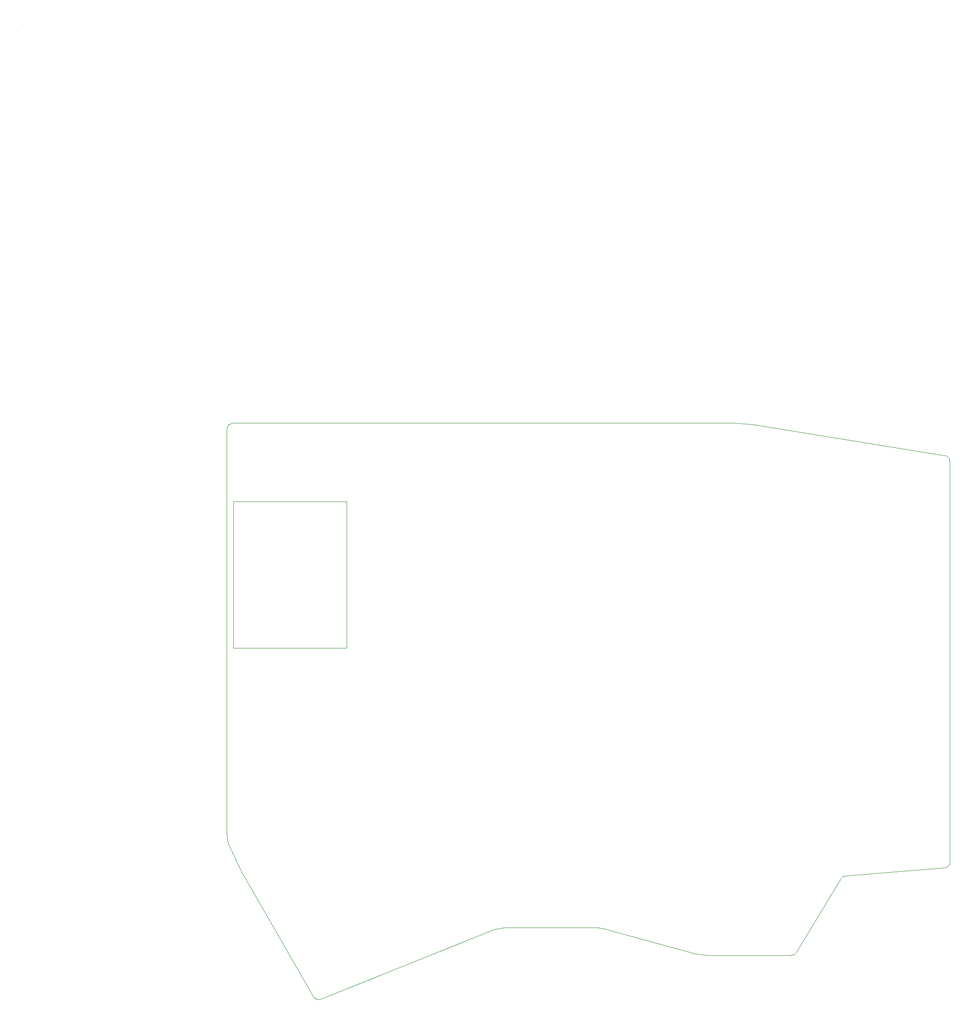
<source format=gm1>
G04 #@! TF.GenerationSoftware,KiCad,Pcbnew,(5.1.8-0-10_14)*
G04 #@! TF.CreationDate,2020-11-28T17:57:45-07:00*
G04 #@! TF.ProjectId,SofleKeyboard,536f666c-654b-4657-9962-6f6172642e6b,rev?*
G04 #@! TF.SameCoordinates,Original*
G04 #@! TF.FileFunction,Profile,NP*
%FSLAX46Y46*%
G04 Gerber Fmt 4.6, Leading zero omitted, Abs format (unit mm)*
G04 Created by KiCad (PCBNEW (5.1.8-0-10_14)) date 2020-11-28 17:57:45*
%MOMM*%
%LPD*%
G01*
G04 APERTURE LIST*
G04 #@! TA.AperFunction,Profile*
%ADD10C,0.100000*%
G04 #@! TD*
G04 APERTURE END LIST*
D10*
X111000000Y-79950000D02*
X89500000Y-79950000D01*
X111000000Y-52200000D02*
X111000000Y-79950000D01*
X89500000Y-52200000D02*
X111000000Y-52200000D01*
X89500000Y-79950000D02*
X89500000Y-52200000D01*
X88273857Y-38477435D02*
X88297257Y-38245261D01*
X88297257Y-38245261D02*
X88364377Y-38029014D01*
X88364377Y-38029014D02*
X88470590Y-37833327D01*
X88470590Y-37833327D02*
X88611259Y-37662831D01*
X88781752Y-37522160D02*
X88977436Y-37415945D01*
X88977436Y-37415945D02*
X89193680Y-37348815D01*
X89193680Y-37348815D02*
X89425853Y-37325405D01*
X88611259Y-37662831D02*
X88781752Y-37522160D01*
X225026621Y-43695600D02*
X225168321Y-43835582D01*
X89425853Y-37325405D02*
X184510807Y-37325485D01*
X224410591Y-121622104D02*
X224410611Y-121622114D01*
X204884161Y-123563451D02*
X204805861Y-123676381D01*
X204805861Y-123676381D02*
X196320531Y-137612760D01*
X88284057Y-115503472D02*
X88275257Y-115182495D01*
X196320531Y-137612760D02*
X196234731Y-137735100D01*
X88310437Y-115822758D02*
X88284057Y-115503472D01*
X196234731Y-137735100D02*
X196135131Y-137844000D01*
X205697381Y-123127080D02*
X205561281Y-123146290D01*
X186716531Y-37429255D02*
X187885731Y-37541870D01*
X225470181Y-120473355D02*
X225449281Y-120693166D01*
X196135131Y-137844000D02*
X196023331Y-137938600D01*
X196023331Y-137938600D02*
X195900911Y-138018000D01*
X88493317Y-116763407D02*
X88415227Y-116453429D01*
X195900911Y-138018000D02*
X195769441Y-138081300D01*
X204974361Y-123461690D02*
X204884161Y-123563451D01*
X187885731Y-37541870D02*
X188910421Y-37679776D01*
X105086149Y-146426280D02*
X104918207Y-146312320D01*
X195769441Y-138081300D02*
X195630511Y-138127600D01*
X138611230Y-133478101D02*
X138154128Y-133648551D01*
X138154128Y-133648551D02*
X106075202Y-146489480D01*
X106075202Y-146489480D02*
X105872976Y-146549780D01*
X195630511Y-138127600D02*
X195485701Y-138156000D01*
X88275257Y-115182495D02*
X88273857Y-38477435D01*
X225168321Y-43835582D02*
X225283881Y-43997807D01*
X224861871Y-43581466D02*
X225026621Y-43695600D01*
X205304181Y-123230790D02*
X205185581Y-123294590D01*
X105872976Y-146549780D02*
X105668308Y-146571980D01*
X185544381Y-37353325D02*
X186716531Y-37429255D01*
X105668308Y-146571980D02*
X105465848Y-146557680D01*
X105465848Y-146557680D02*
X105270246Y-146508580D01*
X105270246Y-146508580D02*
X105086149Y-146426280D01*
X224410471Y-121621540D02*
X205697381Y-123127080D01*
X139075140Y-133329881D02*
X138611230Y-133478101D01*
X91174935Y-122653408D02*
X91129785Y-122566908D01*
X224628001Y-121583504D02*
X224410591Y-121622104D01*
X225292881Y-121088035D02*
X225164971Y-121254855D01*
X157174698Y-132915912D02*
X141956108Y-132915912D01*
X205429811Y-123181090D02*
X205304181Y-123230790D01*
X141956108Y-132915912D02*
X141468402Y-132927502D01*
X225370281Y-44178672D02*
X225424381Y-44374571D01*
X188910421Y-37679776D02*
X224475441Y-43445146D01*
X140982629Y-132962302D02*
X140499606Y-133020102D01*
X104649386Y-145995930D02*
X91174935Y-122653408D01*
X225424381Y-44374571D02*
X225443181Y-44581902D01*
X224677111Y-43496776D02*
X224861871Y-43581466D01*
X141468402Y-132927502D02*
X140982629Y-132962302D01*
X225164971Y-121254855D02*
X225008991Y-121395785D01*
X140499606Y-133020102D02*
X140020141Y-133100702D01*
X139545048Y-133204021D02*
X139075140Y-133329881D01*
X225449281Y-120693166D02*
X225388881Y-120899435D01*
X157649178Y-132923912D02*
X157174698Y-132915912D01*
X160921209Y-133426480D02*
X160461889Y-133307240D01*
X225388881Y-120899435D02*
X225292881Y-121088035D01*
X88700100Y-117369113D02*
X88588327Y-117068869D01*
X224475441Y-43445146D02*
X224677111Y-43496776D01*
X225283881Y-43997807D02*
X225370281Y-44178672D01*
X160461889Y-133307240D02*
X159999191Y-133203712D01*
X159999191Y-133203712D02*
X159533519Y-133116012D01*
X224828731Y-121506704D02*
X224628001Y-121583504D01*
X159533519Y-133116012D02*
X159065278Y-133044112D01*
X88588327Y-117068869D02*
X88493317Y-116763407D01*
X88354217Y-116139644D02*
X88310437Y-115822758D01*
X184510807Y-37325485D02*
X185544381Y-37353325D01*
X159065278Y-133044112D02*
X158594870Y-132988112D01*
X225443181Y-44581902D02*
X225470181Y-120473355D01*
X158594870Y-132988112D02*
X158122703Y-132948012D01*
X140020141Y-133100702D02*
X139545048Y-133204021D01*
X225008991Y-121395785D02*
X224828731Y-121506704D01*
X205075241Y-123371790D02*
X204974361Y-123461690D01*
X158122703Y-132948012D02*
X157649178Y-132923912D01*
X104918207Y-146312320D02*
X104771070Y-146168330D01*
X104771070Y-146168330D02*
X104649386Y-145995930D01*
X205561281Y-123146290D02*
X205429811Y-123181090D01*
X176412351Y-137729700D02*
X160921209Y-133426480D01*
X88415227Y-116453429D02*
X88354217Y-116139644D01*
X195485701Y-138156000D02*
X195336581Y-138166000D01*
X195336581Y-138166000D02*
X179612870Y-138166000D01*
X88828479Y-117663430D02*
X88700100Y-117369113D01*
X179612870Y-138166000D02*
X178803020Y-138138500D01*
X178803020Y-138138500D02*
X177997811Y-138056400D01*
X177997811Y-138056400D02*
X177200000Y-137920000D01*
X205185581Y-123294590D02*
X205075241Y-123371790D01*
X91129785Y-122566908D02*
X88828479Y-117663430D01*
X177200000Y-137920000D02*
X176412351Y-137729700D01*
X49676679Y38227998D02*
X49676679Y38227998D01*
M02*

</source>
